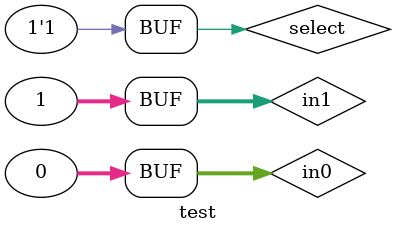
<source format=v>
module mux2(in0,in1,select,out);
input[31:0] in0,in1;
input select;
output[31:0] out;
reg[31:0] out;
wire[31:0] in0,in1;
always @(*)
		begin
		case(select)
		0: out<=in0;
		1: out<=in1;
		endcase
		end
endmodule

module test;
reg[31:0] in0,in1;
wire[31:0] out;
reg select;
mux2 m(in0,in1,select,out);
initial begin
$monitor($time,"in0=%d in1=%d out=%d select=%d",in0,in1,out,select);
select = 0; in0=0;in1=1;
#5 select = 1;
end
endmodule

</source>
